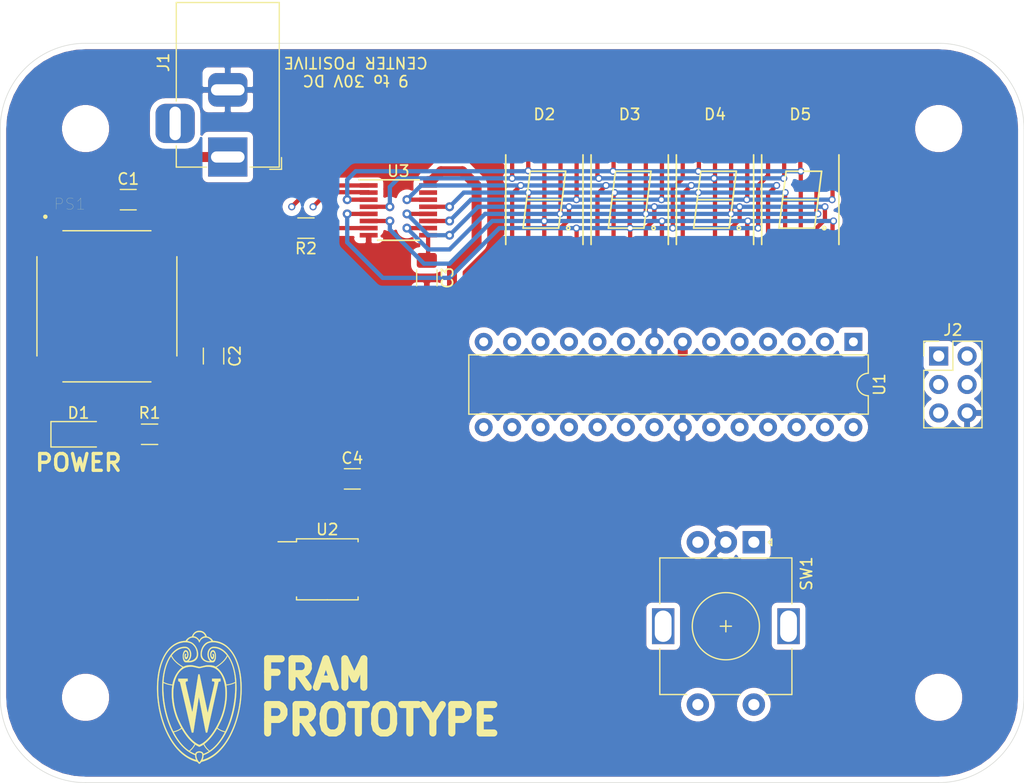
<source format=kicad_pcb>
(kicad_pcb (version 20171130) (host pcbnew 5.1.9+dfsg1-1)
  (title_block (title "FRAM Prototype") (date 2021-01-26) (rev 1.0.0) (company "University of Wisconsin-Madison") (comment 1 "Department of Chemistry") (comment 2 "Instrument Shop") (comment 3 "Blaise Thompson") (comment 4 blaise.thompson@wisc.edu))
  (layers (0 F.Cu signal) (31 B.Cu signal) (34 B.Paste user) (35 F.Paste user) (36 B.SilkS user) (37 F.SilkS user) (38 B.Mask user) (39 F.Mask user) (44 Edge.Cuts user))
  (net 0 "")
  (net 1 GND)
  (net 2 /7seg/SEG2)
  (net 3 /7seg/SEG3)
  (net 4 /7seg/SEG0)
  (net 5 /7seg/SEG8)
  (net 6 /7seg/SEG7)
  (net 7 /7seg/SEG1)
  (net 8 /7seg/SEG6)
  (net 9 /7seg/SEG5)
  (net 10 /7seg/SEG4)
  (net 11 +VDC)
  (net 12 "Net-(PS1-Pad4)")
  (net 13 +5V)
  (net 14 "Net-(SW1-PadA)")
  (net 15 "Net-(SW1-PadB)")
  (net 16 "Net-(SW1-PadS2)")
  (net 17 "Net-(SW1-PadS1)")
  (net 18 "Net-(U1-Pad28)")
  (net 19 "Net-(U1-Pad14)")
  (net 20 "Net-(U1-Pad27)")
  (net 21 "Net-(U1-Pad13)")
  (net 22 "Net-(U1-Pad26)")
  (net 23 "Net-(U1-Pad12)")
  (net 24 "Net-(U1-Pad25)")
  (net 25 "Net-(U1-Pad11)")
  (net 26 "Net-(U1-Pad24)")
  (net 27 "Net-(U1-Pad23)")
  (net 28 "Net-(U1-Pad21)")
  (net 29 "Net-(U1-Pad20)")
  (net 30 "Net-(U1-Pad6)")
  (net 31 "Net-(U1-Pad19)")
  (net 32 "Net-(U1-Pad5)")
  (net 33 "Net-(U1-Pad18)")
  (net 34 "Net-(U1-Pad4)")
  (net 35 "Net-(U1-Pad17)")
  (net 36 "Net-(U1-Pad16)")
  (net 37 "Net-(U1-Pad15)")
  (net 38 "Net-(U2-Pad8)")
  (net 39 "Net-(U2-Pad7)")
  (net 40 "Net-(U2-Pad6)")
  (net 41 "Net-(U2-Pad5)")
  (net 42 "Net-(U2-Pad4)")
  (net 43 "Net-(U2-Pad3)")
  (net 44 "Net-(U2-Pad2)")
  (net 45 "Net-(U2-Pad1)")
  (net 46 /7seg/~CS~)
  (net 47 "Net-(C3-Pad1)")
  (net 48 "Net-(R2-Pad1)")
  (net 49 /7seg/CLK)
  (net 50 /7seg/DIN)
  (net 51 "Net-(D1-Pad2)")
  (net 52 "Net-(J2-Pad5)")
  (net 53 MOSI)
  (net 54 SCK)
  (net 55 MISO)
  (net 56 "Net-(C6-Pad2)")
  (net 57 "Net-(C5-Pad2)")
  (module fram-prototype:CONV_VXO7805-500-M (layer F.Cu) (at 65.405 79.375)
    (fp_text reference PS1 (at -3.325 -9.135) (layer F.SilkS) (effects (font (thickness 0.015))))
    (fp_text value VXO7805-500-M)
    (pad 4 smd rect (at -5.5 6) (size 2.5 2.5) (layers F.Cu F.Paste F.Mask) (net 12 "Net-(PS1-Pad4)"))
    (pad 3 smd rect (at 5.5 6) (size 2.5 2.5) (layers F.Cu F.Paste F.Mask) (net 13 +5V))
    (pad 2 smd rect (at 5.5 -6) (size 2.5 2.5) (layers F.Cu F.Paste F.Mask) (net 1 GND))
    (pad 1 smd rect (at -5.5 -6) (size 2.5 2.5) (layers F.Cu F.Paste F.Mask) (net 11 +VDC))
  )
  (module Resistor_SMD:R_1206_3216Metric_Pad1.30x1.75mm_HandSolder (layer F.Cu) (at 83.185 72.39 180)
    (fp_text reference R2 (at 0 -1.82) (layer F.SilkS))
    (fp_text value R_US)
    (pad 1 smd roundrect (at -1.55 0 180) (size 1.3 1.75) (layers F.Cu F.Paste F.Mask) (roundrect_rratio 0.1923076923076923) (net 48 "Net-(R2-Pad1)"))
    (pad 2 smd roundrect (at 1.55 0 180) (size 1.3 1.75) (layers F.Cu F.Paste F.Mask) (roundrect_rratio 0.1923076923076923) (net 1 GND))
  )
  (module Resistor_SMD:R_1206_3216Metric_Pad1.30x1.75mm_HandSolder (layer F.Cu) (at 69.215 90.805 180)
    (fp_text reference R1 (at 0 1.905) (layer F.SilkS))
    (fp_text value 470)
    (pad 2 smd roundrect (at 1.55 0 180) (size 1.3 1.75) (layers F.Cu F.Paste F.Mask) (roundrect_rratio 0.1923076923076923) (net 51 "Net-(D1-Pad2)"))
    (pad 1 smd roundrect (at -1.55 0 180) (size 1.3 1.75) (layers F.Cu F.Paste F.Mask) (roundrect_rratio 0.1923076923076923) (net 13 +5V))
  )
  (module Connector_PinHeader_2.54mm:PinHeader_2x03_P2.54mm_Vertical (layer F.Cu) (at 139.7 83.82)
    (fp_text reference J2 (at 1.27 -2.33) (layer F.SilkS))
    (fp_text value AVR-ISP-6)
    (pad 6 thru_hole oval (at 2.54 5.08) (size 1.7 1.7) (drill 1) (layers *.Cu *.Mask) (net 1 GND))
    (pad 5 thru_hole oval (at 0 5.08) (size 1.7 1.7) (drill 1) (layers *.Cu *.Mask) (net 52 "Net-(J2-Pad5)"))
    (pad 4 thru_hole oval (at 2.54 2.54) (size 1.7 1.7) (drill 1) (layers *.Cu *.Mask) (net 53 MOSI))
    (pad 3 thru_hole oval (at 0 2.54) (size 1.7 1.7) (drill 1) (layers *.Cu *.Mask) (net 54 SCK))
    (pad 2 thru_hole oval (at 2.54 0) (size 1.7 1.7) (drill 1) (layers *.Cu *.Mask) (net 13 +5V))
    (pad 1 thru_hole rect (at 0 0) (size 1.7 1.7) (drill 1) (layers *.Cu *.Mask) (net 55 MISO))
  )
  (module LED_SMD:LED_1206_3216Metric_Pad1.42x1.75mm_HandSolder (layer F.Cu) (at 62.865 90.805)
    (fp_text reference D1 (at 0 -1.905) (layer F.SilkS))
    (fp_text value LED)
    (pad 2 smd roundrect (at 1.4875 0) (size 1.425 1.75) (layers F.Cu F.Paste F.Mask) (roundrect_rratio 0.1754385964912281) (net 51 "Net-(D1-Pad2)"))
    (pad 1 smd roundrect (at -1.4875 0) (size 1.425 1.75) (layers F.Cu F.Paste F.Mask) (roundrect_rratio 0.1754385964912281) (net 1 GND))
  )
  (module Capacitor_SMD:C_1206_3216Metric_Pad1.33x1.80mm_HandSolder (layer F.Cu) (at 87.325 94.79)
    (fp_text reference C4 (at 0 -1.85) (layer F.SilkS))
    (fp_text value 100n)
    (pad 2 smd roundrect (at 1.5625 0) (size 1.325 1.8) (layers F.Cu F.Paste F.Mask) (roundrect_rratio 0.1886784905660377) (net 1 GND))
    (pad 1 smd roundrect (at -1.5625 0) (size 1.325 1.8) (layers F.Cu F.Paste F.Mask) (roundrect_rratio 0.1886784905660377) (net 13 +5V))
  )
  (module Capacitor_SMD:C_1206_3216Metric_Pad1.33x1.80mm_HandSolder (layer F.Cu) (at 93.98 76.835 270)
    (fp_text reference C3 (at 0 -1.85 90) (layer F.SilkS))
    (fp_text value C)
    (pad 2 smd roundrect (at 1.5625 0 270) (size 1.325 1.8) (layers F.Cu F.Paste F.Mask) (roundrect_rratio 0.1886784905660377) (net 1 GND))
    (pad 1 smd roundrect (at -1.5625 0 270) (size 1.325 1.8) (layers F.Cu F.Paste F.Mask) (roundrect_rratio 0.1886784905660377) (net 47 "Net-(C3-Pad1)"))
  )
  (module Capacitor_SMD:C_1206_3216Metric_Pad1.33x1.80mm_HandSolder (layer F.Cu) (at 74.93 83.82 90)
    (fp_text reference C2 (at 0 1.905 90) (layer F.SilkS))
    (fp_text value 22u)
    (pad 2 smd roundrect (at 1.5625 0 90) (size 1.325 1.8) (layers F.Cu F.Paste F.Mask) (roundrect_rratio 0.1886784905660377) (net 1 GND))
    (pad 1 smd roundrect (at -1.5625 0 90) (size 1.325 1.8) (layers F.Cu F.Paste F.Mask) (roundrect_rratio 0.1886784905660377) (net 13 +5V))
  )
  (module Capacitor_SMD:C_1206_3216Metric_Pad1.33x1.80mm_HandSolder (layer F.Cu) (at 67.31 69.85)
    (fp_text reference C1 (at 0 -1.85) (layer F.SilkS))
    (fp_text value 10u)
    (pad 2 smd roundrect (at 1.5625 0) (size 1.325 1.8) (layers F.Cu F.Paste F.Mask) (roundrect_rratio 0.1886784905660377) (net 1 GND))
    (pad 1 smd roundrect (at -1.5625 0) (size 1.325 1.8) (layers F.Cu F.Paste F.Mask) (roundrect_rratio 0.1886784905660377) (net 11 +VDC))
  )
  (module Package_SO:QSOP-16_3.9x4.9mm_P0.635mm (layer F.Cu) (at 91.44 70.8025)
    (fp_text reference U3 (at 0 -3.5) (layer F.SilkS))
    (fp_text value MAX6951)
    (pad 16 smd rect (at 2.6543 -2.2225) (size 1.6 0.41) (layers F.Cu F.Paste F.Mask) (net 13 +5V) (clearance 0.0762))
    (pad 15 smd rect (at 2.6543 -1.5875) (size 1.6 0.41) (layers F.Cu F.Paste F.Mask) (net 46 /7seg/~CS~))
    (pad 14 smd rect (at 2.6543 -0.9525) (size 1.6 0.41) (layers F.Cu F.Paste F.Mask) (net 10 /7seg/SEG4))
    (pad 13 smd rect (at 2.6543 -0.3175) (size 1.6 0.41) (layers F.Cu F.Paste F.Mask) (net 9 /7seg/SEG5))
    (pad 12 smd rect (at 2.6543 0.3175) (size 1.6 0.41) (layers F.Cu F.Paste F.Mask) (net 8 /7seg/SEG6))
    (pad 11 smd rect (at 2.6543 0.9525) (size 1.6 0.41) (layers F.Cu F.Paste F.Mask) (net 6 /7seg/SEG7))
    (pad 10 smd rect (at 2.6543 1.5875) (size 1.6 0.41) (layers F.Cu F.Paste F.Mask) (net 5 /7seg/SEG8))
    (pad 9 smd rect (at 2.6543 2.2225) (size 1.6 0.41) (layers F.Cu F.Paste F.Mask) (net 47 "Net-(C3-Pad1)") (clearance 0.0762))
    (pad 8 smd rect (at -2.6543 2.2225) (size 1.6 0.41) (layers F.Cu F.Paste F.Mask) (net 1 GND) (clearance 0.0762))
    (pad 7 smd rect (at -2.6543 1.5875) (size 1.6 0.41) (layers F.Cu F.Paste F.Mask) (net 48 "Net-(R2-Pad1)") (clearance 0.0762))
    (pad 6 smd rect (at -2.6543 0.9525) (size 1.6 0.41) (layers F.Cu F.Paste F.Mask) (net 4 /7seg/SEG0))
    (pad 5 smd rect (at -2.6543 0.3175) (size 1.6 0.41) (layers F.Cu F.Paste F.Mask) (net 7 /7seg/SEG1))
    (pad 4 smd rect (at -2.6543 -0.3175) (size 1.6 0.41) (layers F.Cu F.Paste F.Mask) (net 2 /7seg/SEG2))
    (pad 3 smd rect (at -2.6543 -0.9525) (size 1.6 0.41) (layers F.Cu F.Paste F.Mask) (net 3 /7seg/SEG3))
    (pad 2 smd rect (at -2.6543 -1.5875) (size 1.6 0.41) (layers F.Cu F.Paste F.Mask) (net 49 /7seg/CLK))
    (pad 1 smd rect (at -2.6543 -2.2225) (size 1.6 0.41) (layers F.Cu F.Paste F.Mask) (net 50 /7seg/DIN))
  )
  (module Package_SO:SOP-8_5.28x5.23mm_P1.27mm (layer F.Cu) (at 85.09 102.87)
    (fp_text reference U2 (at 0 -3.56) (layer F.SilkS))
    (fp_text value MB85RS256B)
    (pad 8 smd roundrect (at 3.6 -1.905) (size 1.6 0.6) (layers F.Cu F.Paste F.Mask) (net 38 "Net-(U2-Pad8)"))
    (pad 7 smd roundrect (at 3.6 -0.635) (size 1.6 0.6) (layers F.Cu F.Paste F.Mask) (net 39 "Net-(U2-Pad7)"))
    (pad 6 smd roundrect (at 3.6 0.635) (size 1.6 0.6) (layers F.Cu F.Paste F.Mask) (net 40 "Net-(U2-Pad6)"))
    (pad 5 smd roundrect (at 3.6 1.905) (size 1.6 0.6) (layers F.Cu F.Paste F.Mask) (net 41 "Net-(U2-Pad5)"))
    (pad 4 smd roundrect (at -3.6 1.905) (size 1.6 0.6) (layers F.Cu F.Paste F.Mask) (net 42 "Net-(U2-Pad4)"))
    (pad 3 smd roundrect (at -3.6 0.635) (size 1.6 0.6) (layers F.Cu F.Paste F.Mask) (net 43 "Net-(U2-Pad3)"))
    (pad 2 smd roundrect (at -3.6 -0.635) (size 1.6 0.6) (layers F.Cu F.Paste F.Mask) (net 44 "Net-(U2-Pad2)"))
    (pad 1 smd roundrect (at -3.6 -1.905) (size 1.6 0.6) (layers F.Cu F.Paste F.Mask) (net 45 "Net-(U2-Pad1)"))
  )
  (module Package_DIP:DIP-28_W7.62mm (layer F.Cu) (at 132.08 82.55 270)
    (fp_text reference U1 (at 3.81 -2.33 90) (layer F.SilkS))
    (fp_text value ATmega328-PU)
    (pad 28 thru_hole oval (at 7.62 0 270) (size 1.6 1.6) (drill 0.8) (layers *.Cu *.Mask) (net 18 "Net-(U1-Pad28)"))
    (pad 14 thru_hole oval (at 0 33.02 270) (size 1.6 1.6) (drill 0.8) (layers *.Cu *.Mask) (net 19 "Net-(U1-Pad14)"))
    (pad 27 thru_hole oval (at 7.62 2.54 270) (size 1.6 1.6) (drill 0.8) (layers *.Cu *.Mask) (net 20 "Net-(U1-Pad27)"))
    (pad 13 thru_hole oval (at 0 30.48 270) (size 1.6 1.6) (drill 0.8) (layers *.Cu *.Mask) (net 21 "Net-(U1-Pad13)"))
    (pad 26 thru_hole oval (at 7.62 5.08 270) (size 1.6 1.6) (drill 0.8) (layers *.Cu *.Mask) (net 22 "Net-(U1-Pad26)"))
    (pad 12 thru_hole oval (at 0 27.94 270) (size 1.6 1.6) (drill 0.8) (layers *.Cu *.Mask) (net 23 "Net-(U1-Pad12)"))
    (pad 25 thru_hole oval (at 7.62 7.62 270) (size 1.6 1.6) (drill 0.8) (layers *.Cu *.Mask) (net 24 "Net-(U1-Pad25)"))
    (pad 11 thru_hole oval (at 0 25.4 270) (size 1.6 1.6) (drill 0.8) (layers *.Cu *.Mask) (net 25 "Net-(U1-Pad11)"))
    (pad 24 thru_hole oval (at 7.62 10.16 270) (size 1.6 1.6) (drill 0.8) (layers *.Cu *.Mask) (net 26 "Net-(U1-Pad24)"))
    (pad 10 thru_hole oval (at 0 22.86 270) (size 1.6 1.6) (drill 0.8) (layers *.Cu *.Mask) (net 56 "Net-(C6-Pad2)"))
    (pad 23 thru_hole oval (at 7.62 12.7 270) (size 1.6 1.6) (drill 0.8) (layers *.Cu *.Mask) (net 27 "Net-(U1-Pad23)"))
    (pad 9 thru_hole oval (at 0 20.32 270) (size 1.6 1.6) (drill 0.8) (layers *.Cu *.Mask) (net 57 "Net-(C5-Pad2)"))
    (pad 22 thru_hole oval (at 7.62 15.24 270) (size 1.6 1.6) (drill 0.8) (layers *.Cu *.Mask) (net 1 GND))
    (pad 8 thru_hole oval (at 0 17.78 270) (size 1.6 1.6) (drill 0.8) (layers *.Cu *.Mask) (net 1 GND))
    (pad 21 thru_hole oval (at 7.62 17.78 270) (size 1.6 1.6) (drill 0.8) (layers *.Cu *.Mask) (net 28 "Net-(U1-Pad21)"))
    (pad 7 thru_hole oval (at 0 15.24 270) (size 1.6 1.6) (drill 0.8) (layers *.Cu *.Mask) (net 13 +5V))
    (pad 20 thru_hole oval (at 7.62 20.32 270) (size 1.6 1.6) (drill 0.8) (layers *.Cu *.Mask) (net 29 "Net-(U1-Pad20)"))
    (pad 6 thru_hole oval (at 0 12.7 270) (size 1.6 1.6) (drill 0.8) (layers *.Cu *.Mask) (net 30 "Net-(U1-Pad6)"))
    (pad 19 thru_hole oval (at 7.62 22.86 270) (size 1.6 1.6) (drill 0.8) (layers *.Cu *.Mask) (net 31 "Net-(U1-Pad19)"))
    (pad 5 thru_hole oval (at 0 10.16 270) (size 1.6 1.6) (drill 0.8) (layers *.Cu *.Mask) (net 32 "Net-(U1-Pad5)"))
    (pad 18 thru_hole oval (at 7.62 25.4 270) (size 1.6 1.6) (drill 0.8) (layers *.Cu *.Mask) (net 33 "Net-(U1-Pad18)"))
    (pad 4 thru_hole oval (at 0 7.62 270) (size 1.6 1.6) (drill 0.8) (layers *.Cu *.Mask) (net 34 "Net-(U1-Pad4)"))
    (pad 17 thru_hole oval (at 7.62 27.94 270) (size 1.6 1.6) (drill 0.8) (layers *.Cu *.Mask) (net 35 "Net-(U1-Pad17)"))
    (pad 3 thru_hole oval (at 0 5.08 270) (size 1.6 1.6) (drill 0.8) (layers *.Cu *.Mask) (net 15 "Net-(SW1-PadB)"))
    (pad 16 thru_hole oval (at 7.62 30.48 270) (size 1.6 1.6) (drill 0.8) (layers *.Cu *.Mask) (net 36 "Net-(U1-Pad16)"))
    (pad 2 thru_hole oval (at 0 2.54 270) (size 1.6 1.6) (drill 0.8) (layers *.Cu *.Mask) (net 14 "Net-(SW1-PadA)"))
    (pad 15 thru_hole oval (at 7.62 33.02 270) (size 1.6 1.6) (drill 0.8) (layers *.Cu *.Mask) (net 37 "Net-(U1-Pad15)"))
    (pad 1 thru_hole rect (at 0 0 270) (size 1.6 1.6) (drill 0.8) (layers *.Cu *.Mask) (net 52 "Net-(J2-Pad5)"))
  )
  (module fram-prototype:ACSC02-41SURKWA-F01 (layer F.Cu) (at 127.34 69.85)
    (fp_text reference D5 (at 0 -7.62) (layer F.SilkS))
    (fp_text value ACSC02-41SURKWA-F01)
    (pad 10 smd rect (at -2.88 -5) (size 0.9 2.8) (layers F.Cu F.Paste F.Mask) (net 7 /7seg/SEG1))
    (pad 9 smd rect (at -1.44 -5) (size 0.9 2.8) (layers F.Cu F.Paste F.Mask) (net 2 /7seg/SEG2))
    (pad 8 smd rect (at 0 -5) (size 0.9 2.8) (layers F.Cu F.Paste F.Mask) (net 3 /7seg/SEG3))
    (pad 7 smd rect (at 1.44 -5) (size 0.9 2.8) (layers F.Cu F.Paste F.Mask) (net 5 /7seg/SEG8))
    (pad 6 smd rect (at 2.88 -5) (size 0.9 2.8) (layers F.Cu F.Paste F.Mask) (net 6 /7seg/SEG7))
    (pad 5 smd rect (at 2.88 5) (size 0.9 2.8) (layers F.Cu F.Paste F.Mask) (net 4 /7seg/SEG0))
    (pad 4 smd rect (at 1.44 5) (size 0.9 2.8) (layers F.Cu F.Paste F.Mask) (net 8 /7seg/SEG6))
    (pad 3 smd rect (at 0 5) (size 0.9 2.8) (layers F.Cu F.Paste F.Mask) (net 3 /7seg/SEG3))
    (pad 2 smd rect (at -1.44 5) (size 0.9 2.8) (layers F.Cu F.Paste F.Mask) (net 9 /7seg/SEG5))
    (pad 1 smd rect (at -2.88 5) (size 0.9 2.8) (layers F.Cu F.Paste F.Mask) (net 10 /7seg/SEG4))
  )
  (module fram-prototype:ACSC02-41SURKWA-F01 (layer F.Cu) (at 119.72 69.85)
    (fp_text reference D4 (at 0 -7.62) (layer F.SilkS))
    (fp_text value ACSC02-41SURKWA-F01)
    (pad 10 smd rect (at -2.88 -5) (size 0.9 2.8) (layers F.Cu F.Paste F.Mask) (net 7 /7seg/SEG1))
    (pad 9 smd rect (at -1.44 -5) (size 0.9 2.8) (layers F.Cu F.Paste F.Mask) (net 3 /7seg/SEG3))
    (pad 8 smd rect (at 0 -5) (size 0.9 2.8) (layers F.Cu F.Paste F.Mask) (net 2 /7seg/SEG2))
    (pad 7 smd rect (at 1.44 -5) (size 0.9 2.8) (layers F.Cu F.Paste F.Mask) (net 5 /7seg/SEG8))
    (pad 6 smd rect (at 2.88 -5) (size 0.9 2.8) (layers F.Cu F.Paste F.Mask) (net 6 /7seg/SEG7))
    (pad 5 smd rect (at 2.88 5) (size 0.9 2.8) (layers F.Cu F.Paste F.Mask) (net 4 /7seg/SEG0))
    (pad 4 smd rect (at 1.44 5) (size 0.9 2.8) (layers F.Cu F.Paste F.Mask) (net 8 /7seg/SEG6))
    (pad 3 smd rect (at 0 5) (size 0.9 2.8) (layers F.Cu F.Paste F.Mask) (net 2 /7seg/SEG2))
    (pad 2 smd rect (at -1.44 5) (size 0.9 2.8) (layers F.Cu F.Paste F.Mask) (net 9 /7seg/SEG5))
    (pad 1 smd rect (at -2.88 5) (size 0.9 2.8) (layers F.Cu F.Paste F.Mask) (net 10 /7seg/SEG4))
  )
  (module fram-prototype:ACSC02-41SURKWA-F01 (layer F.Cu) (at 112.1 69.85)
    (fp_text reference D3 (at 0 -7.62) (layer F.SilkS))
    (fp_text value ACSC02-41SURKWA-F01)
    (pad 10 smd rect (at -2.88 -5) (size 0.9 2.8) (layers F.Cu F.Paste F.Mask) (net 2 /7seg/SEG2))
    (pad 9 smd rect (at -1.44 -5) (size 0.9 2.8) (layers F.Cu F.Paste F.Mask) (net 3 /7seg/SEG3))
    (pad 8 smd rect (at 0 -5) (size 0.9 2.8) (layers F.Cu F.Paste F.Mask) (net 7 /7seg/SEG1))
    (pad 7 smd rect (at 1.44 -5) (size 0.9 2.8) (layers F.Cu F.Paste F.Mask) (net 5 /7seg/SEG8))
    (pad 6 smd rect (at 2.88 -5) (size 0.9 2.8) (layers F.Cu F.Paste F.Mask) (net 6 /7seg/SEG7))
    (pad 5 smd rect (at 2.88 5) (size 0.9 2.8) (layers F.Cu F.Paste F.Mask) (net 4 /7seg/SEG0))
    (pad 4 smd rect (at 1.44 5) (size 0.9 2.8) (layers F.Cu F.Paste F.Mask) (net 8 /7seg/SEG6))
    (pad 3 smd rect (at 0 5) (size 0.9 2.8) (layers F.Cu F.Paste F.Mask) (net 7 /7seg/SEG1))
    (pad 2 smd rect (at -1.44 5) (size 0.9 2.8) (layers F.Cu F.Paste F.Mask) (net 9 /7seg/SEG5))
    (pad 1 smd rect (at -2.88 5) (size 0.9 2.8) (layers F.Cu F.Paste F.Mask) (net 10 /7seg/SEG4))
  )
  (module fram-prototype:ACSC02-41SURKWA-F01 (layer F.Cu) (at 104.48 69.85)
    (fp_text reference D2 (at 0 -7.62) (layer F.SilkS))
    (fp_text value ACSC02-41SURKWA-F01)
    (pad 10 smd rect (at -2.88 -5) (size 0.9 2.8) (layers F.Cu F.Paste F.Mask) (net 2 /7seg/SEG2))
    (pad 9 smd rect (at -1.44 -5) (size 0.9 2.8) (layers F.Cu F.Paste F.Mask) (net 3 /7seg/SEG3))
    (pad 8 smd rect (at 0 -5) (size 0.9 2.8) (layers F.Cu F.Paste F.Mask) (net 4 /7seg/SEG0))
    (pad 7 smd rect (at 1.44 -5) (size 0.9 2.8) (layers F.Cu F.Paste F.Mask) (net 5 /7seg/SEG8))
    (pad 6 smd rect (at 2.88 -5) (size 0.9 2.8) (layers F.Cu F.Paste F.Mask) (net 6 /7seg/SEG7))
    (pad 5 smd rect (at 2.88 5) (size 0.9 2.8) (layers F.Cu F.Paste F.Mask) (net 7 /7seg/SEG1))
    (pad 4 smd rect (at 1.44 5) (size 0.9 2.8) (layers F.Cu F.Paste F.Mask) (net 8 /7seg/SEG6))
    (pad 3 smd rect (at 0 5) (size 0.9 2.8) (layers F.Cu F.Paste F.Mask) (net 4 /7seg/SEG0))
    (pad 2 smd rect (at -1.44 5) (size 0.9 2.8) (layers F.Cu F.Paste F.Mask) (net 9 /7seg/SEG5))
    (pad 1 smd rect (at -2.88 5) (size 0.9 2.8) (layers F.Cu F.Paste F.Mask) (net 10 /7seg/SEG4))
  )
  (module Connector_BarrelJack:BarrelJack_Horizontal (layer F.Cu) (at 76.2 66.04 270)
    (fp_text reference J1 (at -8.45 5.75 90) (layer F.SilkS))
    (fp_text value Barrel_Jack)
    (pad 3 thru_hole roundrect (at -3 4.7 270) (size 3.5 3.5) (drill oval 3 1) (layers *.Cu *.Mask))
    (pad 2 thru_hole roundrect (at -6 0 270) (size 3 3.5) (drill oval 1 3) (layers *.Cu *.Mask) (net 1 GND))
    (pad 1 thru_hole rect (at 0 0 270) (size 3.5 3.5) (drill oval 1 3) (layers *.Cu *.Mask) (net 11 +VDC))
  )
  (module Rotary_Encoder:RotaryEncoder_Alps_EC11E-Switch_Vertical_H20mm (layer F.Cu) (at 123.19 100.45 270)
    (fp_text reference SW1 (at 2.8 -4.7 90) (layer F.SilkS))
    (fp_text value Rotary_Encoder_Switch)
    (pad A thru_hole rect (at 0 0 270) (size 2 2) (drill 1) (layers *.Cu *.Mask) (net 14 "Net-(SW1-PadA)"))
    (pad C thru_hole circle (at 0 2.5 270) (size 2 2) (drill 1) (layers *.Cu *.Mask) (net 1 GND))
    (pad B thru_hole circle (at 0 5 270) (size 2 2) (drill 1) (layers *.Cu *.Mask) (net 15 "Net-(SW1-PadB)"))
    (pad MP thru_hole rect (at 7.5 -3.1 270) (size 3.2 2) (drill oval 2.8 1.5) (layers *.Cu *.Mask))
    (pad MP thru_hole rect (at 7.5 8.1 270) (size 3.2 2) (drill oval 2.8 1.5) (layers *.Cu *.Mask))
    (pad S2 thru_hole circle (at 14.5 0 270) (size 2 2) (drill 1) (layers *.Cu *.Mask) (net 16 "Net-(SW1-PadS2)"))
    (pad S1 thru_hole circle (at 14.5 5 270) (size 2 2) (drill 1) (layers *.Cu *.Mask) (net 17 "Net-(SW1-PadS1)"))
  )
  (module MountingHole:MountingHole_3.2mm_M3 (layer F.Cu) (at 63.5 114.3)
    (fp_text reference REF** hide)
    (fp_text value MountingHole_3.2mm_M3 hide)
    (pad 1 np_thru_hole circle (at 0 0) (size 3.2 3.2) (drill 3.2) (layers *.Cu *.Mask))
  )
  (module MountingHole:MountingHole_3.2mm_M3 (layer F.Cu) (at 139.7 114.3)
    (fp_text reference REF** hide)
    (fp_text value MountingHole_3.2mm_M3 hide)
    (pad 1 np_thru_hole circle (at 0 0) (size 3.2 3.2) (drill 3.2) (layers *.Cu *.Mask))
  )
  (module MountingHole:MountingHole_3.2mm_M3 (layer F.Cu) (at 63.5 63.5)
    (fp_text reference REF** hide)
    (fp_text value MountingHole_3.2mm_M3 hide)
    (pad 1 np_thru_hole circle (at 0 0) (size 3.2 3.2) (drill 3.2) (layers *.Cu *.Mask))
  )
  (module MountingHole:MountingHole_3.2mm_M3 (layer F.Cu) (at 139.7 63.5)
    (fp_text reference REF** hide)
    (fp_text value MountingHole_3.2mm_M3 hide)
    (pad 1 np_thru_hole circle (at 0 0) (size 3.2 3.2) (drill 3.2) (layers *.Cu *.Mask))
  )
  (module footprints:logo (layer F.Cu) (at 73.66 114.3)
    (fp_text reference G*** hide)
    (fp_text value LOGO hide)
  )
  (gr_text POWER (at 62.865 93.345) (layer F.SilkS) (effects (font (size 1.5 1.5) (thickness 0.3))))
  (gr_text "FRAM\nPROTOTYPE" (at 78.74 114.3) (layer F.SilkS) (effects (font (size 2.54 2.54) (thickness 0.635)) (justify left)))
  (gr_text "9 to 30V DC\nCENTER POSITIVE" (at 87.63 58.42 180) (layer F.SilkS) (effects (font (size 1 1))))
  (gr_line (start 63.5 121.92) (end 139.7 121.92) (layer Edge.Cuts) (width 0.05))
  (gr_line (start 55.88 63.5) (end 55.88 114.3) (layer Edge.Cuts) (width 0.05))
  (gr_line (start 139.7 55.88) (end 63.5 55.88) (layer Edge.Cuts) (width 0.05))
  (gr_line (start 147.32 63.5) (end 147.32 114.3) (layer Edge.Cuts) (width 0.05))
  (gr_arc (start 139.7 114.3) (end 139.7 121.92) (angle -90) (layer Edge.Cuts) (width 0.05))
  (gr_arc (start 63.5 114.3) (end 55.88 114.3) (angle -90) (layer Edge.Cuts) (width 0.05))
  (gr_arc (start 63.5 63.5) (end 63.5 55.88) (angle -90) (layer Edge.Cuts) (width 0.05))
  (gr_arc (start 139.7 63.5) (end 147.32 63.5) (angle -90) (layer Edge.Cuts) (width 0.05))
  (via (at 129.54 70.485) (size 0.635) (drill 0.4) (layers F.Cu B.Cu) (net 8))
  (segment (start 129.54 71.632) (end 129.54 70.485) (width 0.381) (layer F.Cu) (net 8))
  (segment (start 128.78 72.392) (end 129.54 71.632) (width 0.381) (layer F.Cu) (net 8))
  (via (at 121.92 70.485) (size 0.635) (drill 0.4) (layers F.Cu B.Cu) (net 8))
  (segment (start 121.16 74.85) (end 121.16 72.392) (width 0.381) (layer F.Cu) (net 8))
  (segment (start 121.92 71.632) (end 121.92 70.485) (width 0.381) (layer F.Cu) (net 8))
  (segment (start 121.16 72.392) (end 121.92 71.632) (width 0.381) (layer F.Cu) (net 8))
  (via (at 114.3 70.485) (size 0.635) (drill 0.4) (layers F.Cu B.Cu) (net 8))
  (segment (start 113.54 74.85) (end 113.54 72.392) (width 0.381) (layer F.Cu) (net 8))
  (segment (start 114.3 71.632) (end 114.3 70.485) (width 0.381) (layer F.Cu) (net 8))
  (segment (start 113.54 72.392) (end 114.3 71.632) (width 0.381) (layer F.Cu) (net 8))
  (via (at 125.222 68.58) (size 0.635) (drill 0.4) (layers F.Cu B.Cu) (net 10))
  (segment (start 124.46 74.85) (end 124.46 69.342) (width 0.381) (layer F.Cu) (net 10))
  (segment (start 124.46 69.342) (end 125.222 68.58) (width 0.381) (layer F.Cu) (net 10))
  (via (at 117.602 68.58) (size 0.635) (drill 0.4) (layers F.Cu B.Cu) (net 10))
  (segment (start 116.84 74.85) (end 116.84 69.342) (width 0.381) (layer F.Cu) (net 10))
  (segment (start 116.84 69.342) (end 117.602 68.58) (width 0.381) (layer F.Cu) (net 10))
  (via (at 109.982 68.58) (size 0.635) (drill 0.4) (layers F.Cu B.Cu) (net 10))
  (segment (start 109.22 74.85) (end 109.22 69.342) (width 0.381) (layer F.Cu) (net 10))
  (segment (start 109.22 69.342) (end 109.982 68.58) (width 0.381) (layer F.Cu) (net 10))
  (via (at 90.678 70.485) (size 0.8) (drill 0.4) (layers F.Cu B.Cu) (net 2))
  (segment (start 88.7857 70.485) (end 90.678 70.485) (width 0.381) (layer F.Cu) (net 2))
  (segment (start 90.678 70.485) (end 90.678 68.707) (width 0.381) (layer B.Cu) (net 2))
  (segment (start 90.678 68.707) (end 91.44 67.945) (width 0.381) (layer B.Cu) (net 2))
  (segment (start 91.44 67.945) (end 101.219 67.945) (width 0.381) (layer B.Cu) (net 2))
  (via (at 101.6 67.945) (size 0.635) (drill 0.4) (layers F.Cu B.Cu) (net 2))
  (segment (start 101.6 64.85) (end 101.6 67.945) (width 0.381) (layer F.Cu) (net 2))
  (segment (start 101.219 67.945) (end 101.6 67.945) (width 0.381) (layer B.Cu) (net 2))
  (via (at 109.347 67.945) (size 0.635) (drill 0.4) (layers F.Cu B.Cu) (net 2))
  (segment (start 109.22 64.85) (end 109.22 67.818) (width 0.381) (layer F.Cu) (net 2))
  (segment (start 109.22 67.818) (end 109.347 67.945) (width 0.381) (layer F.Cu) (net 2))
  (segment (start 101.6 67.945) (end 109.347 67.945) (width 0.381) (layer B.Cu) (net 2))
  (segment (start 125.9 67.902) (end 125.857 67.945) (width 0.381) (layer F.Cu) (net 2))
  (via (at 125.857 67.945) (size 0.635) (drill 0.4) (layers F.Cu B.Cu) (net 2))
  (segment (start 125.9 64.85) (end 125.9 67.902) (width 0.381) (layer F.Cu) (net 2))
  (via (at 119.634 67.945) (size 0.635) (drill 0.4) (layers F.Cu B.Cu) (net 2))
  (segment (start 119.72 64.85) (end 119.72 67.859) (width 0.381) (layer F.Cu) (net 2))
  (segment (start 119.634 67.945) (end 125.857 67.945) (width 0.381) (layer B.Cu) (net 2))
  (segment (start 119.72 67.859) (end 119.634 67.945) (width 0.381) (layer F.Cu) (net 2))
  (segment (start 109.347 67.945) (end 119.634 67.945) (width 0.381) (layer B.Cu) (net 2))
  (segment (start 119.72 68.031) (end 119.634 67.945) (width 0.381) (layer F.Cu) (net 2))
  (segment (start 119.72 74.85) (end 119.72 68.031) (width 0.381) (layer F.Cu) (net 2))
  (segment (start 86.868 69.85) (end 86.868 68.072) (width 0.381) (layer B.Cu) (net 3))
  (segment (start 86.868 68.072) (end 87.63 67.31) (width 0.381) (layer B.Cu) (net 3))
  (segment (start 87.63 67.31) (end 102.616 67.31) (width 0.381) (layer B.Cu) (net 3))
  (via (at 86.868 69.85) (size 0.8) (drill 0.4) (layers F.Cu B.Cu) (net 3))
  (segment (start 88.7857 69.85) (end 86.868 69.85) (width 0.381) (layer F.Cu) (net 3))
  (segment (start 103.04 64.85) (end 103.04 67.267) (width 0.381) (layer F.Cu) (net 3))
  (via (at 103.04 67.267) (size 0.635) (drill 0.4) (layers F.Cu B.Cu) (net 3))
  (via (at 110.617 67.31) (size 0.635) (drill 0.4) (layers F.Cu B.Cu) (net 3))
  (segment (start 110.66 67.267) (end 110.617 67.31) (width 0.381) (layer F.Cu) (net 3))
  (segment (start 110.66 64.85) (end 110.66 67.267) (width 0.381) (layer F.Cu) (net 3))
  (segment (start 102.616 67.31) (end 110.617 67.31) (width 0.381) (layer B.Cu) (net 3))
  (via (at 118.237 67.31) (size 0.635) (drill 0.4) (layers F.Cu B.Cu) (net 3))
  (segment (start 118.28 67.267) (end 118.237 67.31) (width 0.381) (layer F.Cu) (net 3))
  (segment (start 118.28 64.85) (end 118.28 67.267) (width 0.381) (layer F.Cu) (net 3))
  (segment (start 110.617 67.31) (end 118.237 67.31) (width 0.381) (layer B.Cu) (net 3))
  (via (at 127.381 67.31) (size 0.635) (drill 0.4) (layers F.Cu B.Cu) (net 3))
  (segment (start 127.34 67.269) (end 127.381 67.31) (width 0.381) (layer F.Cu) (net 3))
  (segment (start 127.34 64.85) (end 127.34 67.269) (width 0.381) (layer F.Cu) (net 3))
  (segment (start 118.237 67.31) (end 127.381 67.31) (width 0.381) (layer B.Cu) (net 3))
  (segment (start 127.381 74.809) (end 127.34 74.85) (width 0.381) (layer F.Cu) (net 3))
  (segment (start 127.381 67.31) (end 127.381 74.809) (width 0.381) (layer F.Cu) (net 3))
  (via (at 90.678 71.755) (size 0.8) (drill 0.4) (layers F.Cu B.Cu) (net 4))
  (segment (start 88.7857 71.755) (end 90.678 71.755) (width 0.381) (layer F.Cu) (net 4))
  (segment (start 96.012 75.565) (end 93.726 75.565) (width 0.381) (layer B.Cu) (net 4))
  (segment (start 90.678 72.517) (end 90.678 71.755) (width 0.381) (layer B.Cu) (net 4))
  (segment (start 93.726 75.565) (end 90.678 72.517) (width 0.381) (layer B.Cu) (net 4))
  (segment (start 96.012 75.565) (end 99.822 71.755) (width 0.381) (layer B.Cu) (net 4))
  (via (at 104.4702 71.755) (size 0.635) (drill 0.4) (layers F.Cu B.Cu) (net 4))
  (segment (start 104.48 71.7452) (end 104.4702 71.755) (width 0.381) (layer F.Cu) (net 4))
  (segment (start 104.48 64.85) (end 104.48 71.7452) (width 0.381) (layer F.Cu) (net 4))
  (segment (start 99.822 71.755) (end 104.4702 71.755) (width 0.381) (layer B.Cu) (net 4))
  (segment (start 104.4702 74.8402) (end 104.48 74.85) (width 0.381) (layer F.Cu) (net 4))
  (segment (start 104.4702 71.755) (end 104.4702 74.8402) (width 0.381) (layer F.Cu) (net 4))
  (via (at 130.302 71.755) (size 0.635) (drill 0.4) (layers F.Cu B.Cu) (net 4))
  (segment (start 130.22 71.837) (end 130.302 71.755) (width 0.381) (layer F.Cu) (net 4))
  (segment (start 130.22 74.85) (end 130.22 71.837) (width 0.381) (layer F.Cu) (net 4))
  (via (at 114.9858 71.755) (size 0.635) (drill 0.4) (layers F.Cu B.Cu) (net 4))
  (segment (start 114.98 71.7608) (end 114.9858 71.755) (width 0.381) (layer F.Cu) (net 4))
  (segment (start 114.98 74.85) (end 114.98 71.7608) (width 0.381) (layer F.Cu) (net 4))
  (segment (start 104.4702 71.755) (end 114.9858 71.755) (width 0.381) (layer B.Cu) (net 4))
  (via (at 122.6566 71.755) (size 0.635) (drill 0.4) (layers F.Cu B.Cu) (net 4))
  (segment (start 122.6 74.85) (end 122.6 71.8116) (width 0.381) (layer F.Cu) (net 4))
  (segment (start 122.6 71.8116) (end 122.6566 71.755) (width 0.381) (layer F.Cu) (net 4))
  (segment (start 122.6566 71.755) (end 130.302 71.755) (width 0.381) (layer B.Cu) (net 4))
  (segment (start 114.9858 71.755) (end 122.6566 71.755) (width 0.381) (layer B.Cu) (net 4))
  (segment (start 94.0943 72.39) (end 92.202 72.39) (width 0.381) (layer F.Cu) (net 5))
  (via (at 92.202 72.39) (size 0.8) (drill 0.4) (layers F.Cu B.Cu) (net 5))
  (segment (start 94.107 74.295) (end 96.012 74.295) (width 0.381) (layer B.Cu) (net 5))
  (segment (start 92.202 72.39) (end 94.107 74.295) (width 0.381) (layer B.Cu) (net 5))
  (segment (start 96.012 74.295) (end 99.187 71.12) (width 0.381) (layer B.Cu) (net 5))
  (via (at 105.8926 71.12) (size 0.635) (drill 0.4) (layers F.Cu B.Cu) (net 5))
  (segment (start 105.92 71.0926) (end 105.8926 71.12) (width 0.381) (layer F.Cu) (net 5))
  (segment (start 105.92 64.85) (end 105.92 71.0926) (width 0.381) (layer F.Cu) (net 5))
  (segment (start 99.187 71.12) (end 105.8926 71.12) (width 0.381) (layer B.Cu) (net 5))
  (via (at 113.538 71.12) (size 0.635) (drill 0.4) (layers F.Cu B.Cu) (net 5))
  (segment (start 113.54 71.118) (end 113.538 71.12) (width 0.381) (layer F.Cu) (net 5))
  (segment (start 113.54 64.85) (end 113.54 71.118) (width 0.381) (layer F.Cu) (net 5))
  (segment (start 105.8926 71.12) (end 113.538 71.12) (width 0.381) (layer B.Cu) (net 5))
  (via (at 121.158 71.12) (size 0.635) (drill 0.4) (layers F.Cu B.Cu) (net 5))
  (segment (start 121.16 71.118) (end 121.158 71.12) (width 0.381) (layer F.Cu) (net 5))
  (segment (start 121.16 64.85) (end 121.16 71.118) (width 0.381) (layer F.Cu) (net 5))
  (segment (start 113.538 71.12) (end 121.158 71.12) (width 0.381) (layer B.Cu) (net 5))
  (via (at 128.905 71.12) (size 0.635) (drill 0.4) (layers F.Cu B.Cu) (net 5))
  (segment (start 128.78 70.995) (end 128.905 71.12) (width 0.381) (layer F.Cu) (net 5))
  (segment (start 128.78 64.85) (end 128.78 70.995) (width 0.381) (layer F.Cu) (net 5))
  (segment (start 121.158 71.12) (end 128.905 71.12) (width 0.381) (layer B.Cu) (net 5))
  (segment (start 94.0943 71.755) (end 96.012 71.755) (width 0.381) (layer F.Cu) (net 6))
  (via (at 96.012 71.755) (size 0.8) (drill 0.4) (layers F.Cu B.Cu) (net 6))
  (segment (start 96.012 71.755) (end 97.917 69.85) (width 0.381) (layer B.Cu) (net 6))
  (via (at 96.012 71.755) (size 0.8) (drill 0.4) (layers F.Cu B.Cu) (net 6))
  (via (at 107.3404 69.85) (size 0.635) (drill 0.4) (layers F.Cu B.Cu) (net 6))
  (segment (start 107.36 69.8304) (end 107.3404 69.85) (width 0.381) (layer F.Cu) (net 6))
  (segment (start 107.36 64.85) (end 107.36 69.8304) (width 0.381) (layer F.Cu) (net 6))
  (segment (start 97.917 69.85) (end 107.3404 69.85) (width 0.381) (layer B.Cu) (net 6))
  (via (at 114.935 69.85) (size 0.635) (drill 0.4) (layers F.Cu B.Cu) (net 6))
  (segment (start 114.98 69.805) (end 114.935 69.85) (width 0.381) (layer F.Cu) (net 6))
  (segment (start 114.98 64.85) (end 114.98 69.805) (width 0.381) (layer F.Cu) (net 6))
  (segment (start 107.3404 69.85) (end 114.935 69.85) (width 0.381) (layer B.Cu) (net 6))
  (segment (start 122.6 69.805) (end 122.555 69.85) (width 0.381) (layer F.Cu) (net 6))
  (via (at 122.555 69.85) (size 0.635) (drill 0.4) (layers F.Cu B.Cu) (net 6))
  (segment (start 122.6 64.85) (end 122.6 69.805) (width 0.381) (layer F.Cu) (net 6))
  (segment (start 114.935 69.85) (end 122.555 69.85) (width 0.381) (layer B.Cu) (net 6))
  (via (at 130.175 69.85) (size 0.635) (drill 0.4) (layers F.Cu B.Cu) (net 6))
  (segment (start 130.22 69.805) (end 130.175 69.85) (width 0.381) (layer F.Cu) (net 6))
  (segment (start 130.22 64.85) (end 130.22 69.805) (width 0.381) (layer F.Cu) (net 6))
  (segment (start 122.555 69.85) (end 130.175 69.85) (width 0.381) (layer B.Cu) (net 6))
  (via (at 86.868 71.12) (size 0.8) (drill 0.4) (layers F.Cu B.Cu) (net 7))
  (segment (start 88.7857 71.12) (end 86.868 71.12) (width 0.381) (layer F.Cu) (net 7))
  (segment (start 96.012 76.835) (end 90.043 76.835) (width 0.381) (layer B.Cu) (net 7))
  (segment (start 86.868 73.66) (end 86.868 71.12) (width 0.381) (layer B.Cu) (net 7))
  (segment (start 90.043 76.835) (end 86.868 73.66) (width 0.381) (layer B.Cu) (net 7))
  (segment (start 96.012 76.835) (end 100.457 72.39) (width 0.381) (layer B.Cu) (net 7))
  (via (at 107.3404 72.39) (size 0.635) (drill 0.4) (layers F.Cu B.Cu) (net 7))
  (segment (start 107.36 72.4096) (end 107.3404 72.39) (width 0.381) (layer F.Cu) (net 7))
  (segment (start 107.36 74.85) (end 107.36 72.4096) (width 0.381) (layer F.Cu) (net 7))
  (segment (start 100.457 72.39) (end 107.3404 72.39) (width 0.381) (layer B.Cu) (net 7))
  (via (at 112.141 72.39) (size 0.635) (drill 0.4) (layers F.Cu B.Cu) (net 7))
  (segment (start 112.1 72.349) (end 112.141 72.39) (width 0.381) (layer F.Cu) (net 7))
  (segment (start 112.1 64.85) (end 112.1 72.349) (width 0.381) (layer F.Cu) (net 7))
  (segment (start 107.3404 72.39) (end 112.141 72.39) (width 0.381) (layer B.Cu) (net 7))
  (segment (start 112.141 74.809) (end 112.1 74.85) (width 0.381) (layer F.Cu) (net 7))
  (segment (start 112.141 72.39) (end 112.141 74.809) (width 0.381) (layer F.Cu) (net 7))
  (segment (start 124.46 64.85) (end 124.46 67.691) (width 0.381) (layer F.Cu) (net 7))
  (via (at 123.571 72.39) (size 0.635) (drill 0.4) (layers F.Cu B.Cu) (net 7))
  (segment (start 123.571 68.58) (end 123.571 72.39) (width 0.381) (layer F.Cu) (net 7))
  (segment (start 124.46 67.691) (end 123.571 68.58) (width 0.381) (layer F.Cu) (net 7))
  (segment (start 116.84 64.85) (end 116.84 67.945) (width 0.381) (layer F.Cu) (net 7))
  (via (at 115.951 72.39) (size 0.635) (drill 0.4) (layers F.Cu B.Cu) (net 7))
  (segment (start 115.951 68.834) (end 115.951 72.39) (width 0.381) (layer F.Cu) (net 7))
  (segment (start 116.84 67.945) (end 115.951 68.834) (width 0.381) (layer F.Cu) (net 7))
  (segment (start 115.951 72.39) (end 123.571 72.39) (width 0.381) (layer B.Cu) (net 7))
  (segment (start 112.141 72.39) (end 115.951 72.39) (width 0.381) (layer B.Cu) (net 7))
  (via (at 92.202 71.12) (size 0.8) (drill 0.4) (layers F.Cu B.Cu) (net 8))
  (segment (start 94.0943 71.12) (end 92.202 71.12) (width 0.381) (layer F.Cu) (net 8))
  (segment (start 92.202 71.12) (end 94.107 73.025) (width 0.381) (layer B.Cu) (net 8))
  (segment (start 94.107 73.025) (end 96.012 73.025) (width 0.381) (layer B.Cu) (net 8))
  (segment (start 96.012 73.025) (end 98.552 70.485) (width 0.381) (layer B.Cu) (net 8))
  (via (at 96.012 73.025) (size 0.8) (drill 0.4) (layers F.Cu B.Cu) (net 8))
  (segment (start 105.92 74.85) (end 105.92 72.392) (width 0.381) (layer F.Cu) (net 8))
  (segment (start 105.92 72.392) (end 106.68 71.632) (width 0.381) (layer F.Cu) (net 8))
  (via (at 106.68 70.485) (size 0.635) (drill 0.4) (layers F.Cu B.Cu) (net 8))
  (segment (start 106.68 71.632) (end 106.68 70.485) (width 0.381) (layer F.Cu) (net 8))
  (segment (start 106.68 70.485) (end 128.778 70.485) (width 0.381) (layer B.Cu) (net 8))
  (segment (start 98.552 70.485) (end 106.68 70.485) (width 0.381) (layer B.Cu) (net 8))
  (segment (start 129.54 70.485) (end 128.778 70.485) (width 0.381) (layer B.Cu) (net 8))
  (segment (start 128.78 72.392) (end 128.78 74.85) (width 0.381) (layer F.Cu) (net 8))
  (via (at 96.012 70.485) (size 0.8) (drill 0.4) (layers F.Cu B.Cu) (net 9))
  (segment (start 94.0943 70.485) (end 96.012 70.485) (width 0.381) (layer F.Cu) (net 9))
  (segment (start 96.012 70.485) (end 97.282 69.215) (width 0.381) (layer B.Cu) (net 9))
  (via (at 103.0478 69.215) (size 0.635) (drill 0.4) (layers F.Cu B.Cu) (net 9))
  (segment (start 103.04 69.2228) (end 103.0478 69.215) (width 0.381) (layer F.Cu) (net 9))
  (segment (start 103.04 74.85) (end 103.04 69.2228) (width 0.381) (layer F.Cu) (net 9))
  (segment (start 97.282 69.215) (end 103.0478 69.215) (width 0.381) (layer B.Cu) (net 9))
  (via (at 110.744 69.215) (size 0.635) (drill 0.4) (layers F.Cu B.Cu) (net 9))
  (segment (start 110.66 74.85) (end 110.66 69.299) (width 0.381) (layer F.Cu) (net 9))
  (segment (start 110.66 69.299) (end 110.744 69.215) (width 0.381) (layer F.Cu) (net 9))
  (segment (start 103.0478 69.215) (end 110.744 69.215) (width 0.381) (layer B.Cu) (net 9))
  (via (at 118.237 69.215) (size 0.635) (drill 0.4) (layers F.Cu B.Cu) (net 9))
  (segment (start 118.28 69.258) (end 118.237 69.215) (width 0.381) (layer F.Cu) (net 9))
  (segment (start 110.744 69.215) (end 118.237 69.215) (width 0.381) (layer B.Cu) (net 9))
  (via (at 125.984 69.215) (size 0.635) (drill 0.4) (layers F.Cu B.Cu) (net 9))
  (segment (start 125.9 69.299) (end 125.984 69.215) (width 0.381) (layer F.Cu) (net 9))
  (segment (start 118.237 69.215) (end 125.984 69.215) (width 0.381) (layer B.Cu) (net 9))
  (segment (start 125.984 74.766) (end 125.9 74.85) (width 0.381) (layer F.Cu) (net 9))
  (segment (start 125.984 69.215) (end 125.984 74.766) (width 0.381) (layer F.Cu) (net 9))
  (via (at 92.202 69.85) (size 0.8) (drill 0.4) (layers F.Cu B.Cu) (net 10))
  (segment (start 94.0943 69.85) (end 92.202 69.85) (width 0.381) (layer F.Cu) (net 10))
  (segment (start 92.202 69.85) (end 93.472 68.58) (width 0.381) (layer B.Cu) (net 10))
  (via (at 102.362 68.58) (size 0.635) (drill 0.4) (layers F.Cu B.Cu) (net 10))
  (segment (start 101.6 74.85) (end 101.6 69.342) (width 0.381) (layer F.Cu) (net 10))
  (segment (start 101.6 69.342) (end 102.362 68.58) (width 0.381) (layer F.Cu) (net 10))
  (segment (start 93.472 68.58) (end 102.362 68.58) (width 0.381) (layer B.Cu) (net 10))
  (segment (start 102.362 68.58) (end 125.222 68.58) (width 0.381) (layer B.Cu) (net 10))
  (segment (start 65.7475 68.8725) (end 65.7475 69.85) (width 0.889) (layer F.Cu) (net 11))
  (segment (start 68.58 66.04) (end 65.7475 68.8725) (width 0.889) (layer F.Cu) (net 11))
  (segment (start 76.2 66.04) (end 68.58 66.04) (width 0.889) (layer F.Cu) (net 11))
  (segment (start 62.2225 73.375) (end 65.7475 69.85) (width 0.889) (layer F.Cu) (net 11))
  (segment (start 59.905 73.375) (end 62.2225 73.375) (width 0.889) (layer F.Cu) (net 11))
  (segment (start 74.9225 85.375) (end 74.93 85.3825) (width 0.889) (layer F.Cu) (net 13))
  (segment (start 70.905 85.375) (end 74.9225 85.375) (width 0.889) (layer F.Cu) (net 13))
  (segment (start 74.93 85.3825) (end 88.6075 85.3825) (width 0.889) (layer F.Cu) (net 13))
  (segment (start 88.6075 85.3825) (end 89.2425 85.3825) (width 0.889) (layer F.Cu) (net 13))
  (segment (start 116.84 83.82) (end 116.84 82.55) (width 0.889) (layer F.Cu) (net 13))
  (segment (start 115.2775 85.3825) (end 116.84 83.82) (width 0.889) (layer F.Cu) (net 13))
  (segment (start 70.905 90.665) (end 70.765 90.805) (width 0.889) (layer F.Cu) (net 13))
  (segment (start 70.905 85.375) (end 70.905 90.665) (width 0.889) (layer F.Cu) (net 13))
  (segment (start 89.2425 85.3825) (end 96.2275 85.3825) (width 0.889) (layer F.Cu) (net 13))
  (segment (start 96.2275 85.3825) (end 115.2775 85.3825) (width 0.889) (layer F.Cu) (net 13))
  (segment (start 94.375501 68.184499) (end 94.0943 68.184499) (width 0.889) (layer F.Cu) (net 13))
  (segment (start 95.25 67.31) (end 94.375501 68.184499) (width 0.889) (layer F.Cu) (net 13))
  (segment (start 97.155 67.31) (end 95.25 67.31) (width 0.889) (layer F.Cu) (net 13))
  (segment (start 98.425 68.58) (end 97.155 67.31) (width 0.889) (layer F.Cu) (net 13))
  (segment (start 98.425 73.66) (end 98.425 68.58) (width 0.889) (layer F.Cu) (net 13))
  (segment (start 96.2275 75.8575) (end 98.425 73.66) (width 0.889) (layer F.Cu) (net 13))
  (segment (start 96.2275 85.3825) (end 96.2275 75.8575) (width 0.889) (layer F.Cu) (net 13))
  (segment (start 94.0943 75.1582) (end 93.98 75.2725) (width 0.381) (layer F.Cu) (net 47))
  (segment (start 94.0943 73.025) (end 94.0943 75.1582) (width 0.381) (layer F.Cu) (net 47))
  (segment (start 84.735 72.39) (end 88.7857 72.39) (width 0.381) (layer F.Cu) (net 48))
  (via (at 83.82 70.485) (size 0.635) (drill 0.4) (layers F.Cu B.Cu) (net 49))
  (segment (start 85.121701 69.183299) (end 83.82 70.485) (width 0.381) (layer F.Cu) (net 49))
  (segment (start 88.753999 69.183299) (end 85.121701 69.183299) (width 0.381) (layer F.Cu) (net 49))
  (segment (start 88.7857 69.215) (end 88.753999 69.183299) (width 0.381) (layer F.Cu) (net 49))
  (via (at 81.915 70.485) (size 0.635) (drill 0.4) (layers F.Cu B.Cu) (net 50))
  (segment (start 83.82 68.58) (end 81.915 70.485) (width 0.381) (layer F.Cu) (net 50))
  (segment (start 88.7857 68.58) (end 83.82 68.58) (width 0.381) (layer F.Cu) (net 50))
  (segment (start 67.665 90.805) (end 64.3525 90.805) (width 0.889) (layer F.Cu) (net 51))
  (zone (net 1) (net_name GND) (layer F.Cu) (connect_pads (clearance 0.508)) (min_thickness 0.254) (fill yes (arc_segments 32) (thermal_gap 0.508) (thermal_bridge_width 0.508))
    (polygon (pts (xy 147.32 121.92) (xy 55.88 121.92) (xy 55.88 55.88) (xy 147.32 55.88)))
  )
  (zone (net 1) (net_name GND) (layer B.Cu) (connect_pads (clearance 0.508)) (min_thickness 0.254) (fill yes (arc_segments 32) (thermal_gap 0.508) (thermal_bridge_width 0.508))
    (polygon (pts (xy 147.32 121.92) (xy 55.88 121.92) (xy 55.88 55.88) (xy 147.32 55.88)))
  )
)
</source>
